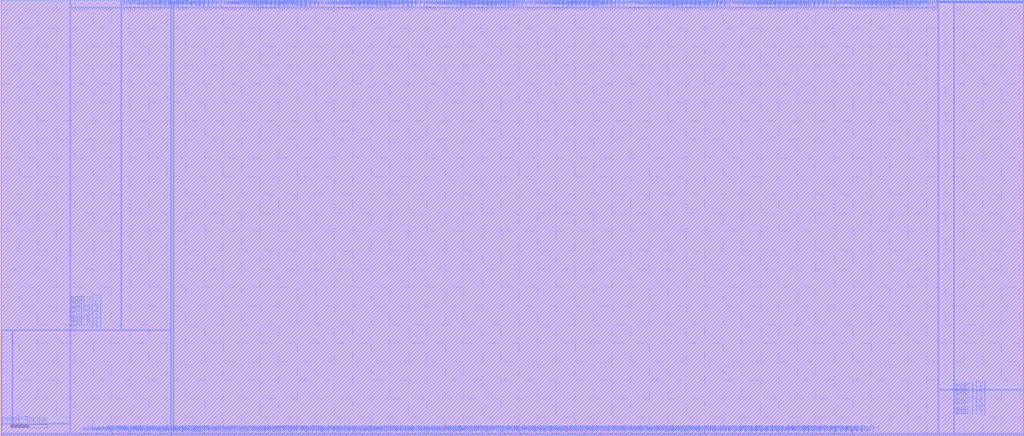
<source format=lef>
VERSION 5.4 ;
NAMESCASESENSITIVE ON ;
BUSBITCHARS "[]" ;
DIVIDERCHAR "/" ;
UNITS
  DATABASE MICRONS 2000 ;
END UNITS
MACRO sram_0rw1r1w_128_256_freepdk45
   CLASS BLOCK ;
   SIZE 552.205 BY 235.3625 ;
   SYMMETRY X Y R90 ;
   PIN din0[0]
      DIRECTION INPUT ;
      PORT
         LAYER metal3 ;
         RECT  91.835 1.0375 91.97 1.1725 ;
      END
   END din0[0]
   PIN din0[1]
      DIRECTION INPUT ;
      PORT
         LAYER metal3 ;
         RECT  94.695 1.0375 94.83 1.1725 ;
      END
   END din0[1]
   PIN din0[2]
      DIRECTION INPUT ;
      PORT
         LAYER metal3 ;
         RECT  97.555 1.0375 97.69 1.1725 ;
      END
   END din0[2]
   PIN din0[3]
      DIRECTION INPUT ;
      PORT
         LAYER metal3 ;
         RECT  100.415 1.0375 100.55 1.1725 ;
      END
   END din0[3]
   PIN din0[4]
      DIRECTION INPUT ;
      PORT
         LAYER metal3 ;
         RECT  103.275 1.0375 103.41 1.1725 ;
      END
   END din0[4]
   PIN din0[5]
      DIRECTION INPUT ;
      PORT
         LAYER metal3 ;
         RECT  106.135 1.0375 106.27 1.1725 ;
      END
   END din0[5]
   PIN din0[6]
      DIRECTION INPUT ;
      PORT
         LAYER metal3 ;
         RECT  108.995 1.0375 109.13 1.1725 ;
      END
   END din0[6]
   PIN din0[7]
      DIRECTION INPUT ;
      PORT
         LAYER metal3 ;
         RECT  111.855 1.0375 111.99 1.1725 ;
      END
   END din0[7]
   PIN din0[8]
      DIRECTION INPUT ;
      PORT
         LAYER metal3 ;
         RECT  114.715 1.0375 114.85 1.1725 ;
      END
   END din0[8]
   PIN din0[9]
      DIRECTION INPUT ;
      PORT
         LAYER metal3 ;
         RECT  117.575 1.0375 117.71 1.1725 ;
      END
   END din0[9]
   PIN din0[10]
      DIRECTION INPUT ;
      PORT
         LAYER metal3 ;
         RECT  120.435 1.0375 120.57 1.1725 ;
      END
   END din0[10]
   PIN din0[11]
      DIRECTION INPUT ;
      PORT
         LAYER metal3 ;
         RECT  123.295 1.0375 123.43 1.1725 ;
      END
   END din0[11]
   PIN din0[12]
      DIRECTION INPUT ;
      PORT
         LAYER metal3 ;
         RECT  126.155 1.0375 126.29 1.1725 ;
      END
   END din0[12]
   PIN din0[13]
      DIRECTION INPUT ;
      PORT
         LAYER metal3 ;
         RECT  129.015 1.0375 129.15 1.1725 ;
      END
   END din0[13]
   PIN din0[14]
      DIRECTION INPUT ;
      PORT
         LAYER metal3 ;
         RECT  131.875 1.0375 132.01 1.1725 ;
      END
   END din0[14]
   PIN din0[15]
      DIRECTION INPUT ;
      PORT
         LAYER metal3 ;
         RECT  134.735 1.0375 134.87 1.1725 ;
      END
   END din0[15]
   PIN din0[16]
      DIRECTION INPUT ;
      PORT
         LAYER metal3 ;
         RECT  137.595 1.0375 137.73 1.1725 ;
      END
   END din0[16]
   PIN din0[17]
      DIRECTION INPUT ;
      PORT
         LAYER metal3 ;
         RECT  140.455 1.0375 140.59 1.1725 ;
      END
   END din0[17]
   PIN din0[18]
      DIRECTION INPUT ;
      PORT
         LAYER metal3 ;
         RECT  143.315 1.0375 143.45 1.1725 ;
      END
   END din0[18]
   PIN din0[19]
      DIRECTION INPUT ;
      PORT
         LAYER metal3 ;
         RECT  146.175 1.0375 146.31 1.1725 ;
      END
   END din0[19]
   PIN din0[20]
      DIRECTION INPUT ;
      PORT
         LAYER metal3 ;
         RECT  149.035 1.0375 149.17 1.1725 ;
      END
   END din0[20]
   PIN din0[21]
      DIRECTION INPUT ;
      PORT
         LAYER metal3 ;
         RECT  151.895 1.0375 152.03 1.1725 ;
      END
   END din0[21]
   PIN din0[22]
      DIRECTION INPUT ;
      PORT
         LAYER metal3 ;
         RECT  154.755 1.0375 154.89 1.1725 ;
      END
   END din0[22]
   PIN din0[23]
      DIRECTION INPUT ;
      PORT
         LAYER metal3 ;
         RECT  157.615 1.0375 157.75 1.1725 ;
      END
   END din0[23]
   PIN din0[24]
      DIRECTION INPUT ;
      PORT
         LAYER metal3 ;
         RECT  160.475 1.0375 160.61 1.1725 ;
      END
   END din0[24]
   PIN din0[25]
      DIRECTION INPUT ;
      PORT
         LAYER metal3 ;
         RECT  163.335 1.0375 163.47 1.1725 ;
      END
   END din0[25]
   PIN din0[26]
      DIRECTION INPUT ;
      PORT
         LAYER metal3 ;
         RECT  166.195 1.0375 166.33 1.1725 ;
      END
   END din0[26]
   PIN din0[27]
      DIRECTION INPUT ;
      PORT
         LAYER metal3 ;
         RECT  169.055 1.0375 169.19 1.1725 ;
      END
   END din0[27]
   PIN din0[28]
      DIRECTION INPUT ;
      PORT
         LAYER metal3 ;
         RECT  171.915 1.0375 172.05 1.1725 ;
      END
   END din0[28]
   PIN din0[29]
      DIRECTION INPUT ;
      PORT
         LAYER metal3 ;
         RECT  174.775 1.0375 174.91 1.1725 ;
      END
   END din0[29]
   PIN din0[30]
      DIRECTION INPUT ;
      PORT
         LAYER metal3 ;
         RECT  177.635 1.0375 177.77 1.1725 ;
      END
   END din0[30]
   PIN din0[31]
      DIRECTION INPUT ;
      PORT
         LAYER metal3 ;
         RECT  180.495 1.0375 180.63 1.1725 ;
      END
   END din0[31]
   PIN din0[32]
      DIRECTION INPUT ;
      PORT
         LAYER metal3 ;
         RECT  183.355 1.0375 183.49 1.1725 ;
      END
   END din0[32]
   PIN din0[33]
      DIRECTION INPUT ;
      PORT
         LAYER metal3 ;
         RECT  186.215 1.0375 186.35 1.1725 ;
      END
   END din0[33]
   PIN din0[34]
      DIRECTION INPUT ;
      PORT
         LAYER metal3 ;
         RECT  189.075 1.0375 189.21 1.1725 ;
      END
   END din0[34]
   PIN din0[35]
      DIRECTION INPUT ;
      PORT
         LAYER metal3 ;
         RECT  191.935 1.0375 192.07 1.1725 ;
      END
   END din0[35]
   PIN din0[36]
      DIRECTION INPUT ;
      PORT
         LAYER metal3 ;
         RECT  194.795 1.0375 194.93 1.1725 ;
      END
   END din0[36]
   PIN din0[37]
      DIRECTION INPUT ;
      PORT
         LAYER metal3 ;
         RECT  197.655 1.0375 197.79 1.1725 ;
      END
   END din0[37]
   PIN din0[38]
      DIRECTION INPUT ;
      PORT
         LAYER metal3 ;
         RECT  200.515 1.0375 200.65 1.1725 ;
      END
   END din0[38]
   PIN din0[39]
      DIRECTION INPUT ;
      PORT
         LAYER metal3 ;
         RECT  203.375 1.0375 203.51 1.1725 ;
      END
   END din0[39]
   PIN din0[40]
      DIRECTION INPUT ;
      PORT
         LAYER metal3 ;
         RECT  206.235 1.0375 206.37 1.1725 ;
      END
   END din0[40]
   PIN din0[41]
      DIRECTION INPUT ;
      PORT
         LAYER metal3 ;
         RECT  209.095 1.0375 209.23 1.1725 ;
      END
   END din0[41]
   PIN din0[42]
      DIRECTION INPUT ;
      PORT
         LAYER metal3 ;
         RECT  211.955 1.0375 212.09 1.1725 ;
      END
   END din0[42]
   PIN din0[43]
      DIRECTION INPUT ;
      PORT
         LAYER metal3 ;
         RECT  214.815 1.0375 214.95 1.1725 ;
      END
   END din0[43]
   PIN din0[44]
      DIRECTION INPUT ;
      PORT
         LAYER metal3 ;
         RECT  217.675 1.0375 217.81 1.1725 ;
      END
   END din0[44]
   PIN din0[45]
      DIRECTION INPUT ;
      PORT
         LAYER metal3 ;
         RECT  220.535 1.0375 220.67 1.1725 ;
      END
   END din0[45]
   PIN din0[46]
      DIRECTION INPUT ;
      PORT
         LAYER metal3 ;
         RECT  223.395 1.0375 223.53 1.1725 ;
      END
   END din0[46]
   PIN din0[47]
      DIRECTION INPUT ;
      PORT
         LAYER metal3 ;
         RECT  226.255 1.0375 226.39 1.1725 ;
      END
   END din0[47]
   PIN din0[48]
      DIRECTION INPUT ;
      PORT
         LAYER metal3 ;
         RECT  229.115 1.0375 229.25 1.1725 ;
      END
   END din0[48]
   PIN din0[49]
      DIRECTION INPUT ;
      PORT
         LAYER metal3 ;
         RECT  231.975 1.0375 232.11 1.1725 ;
      END
   END din0[49]
   PIN din0[50]
      DIRECTION INPUT ;
      PORT
         LAYER metal3 ;
         RECT  234.835 1.0375 234.97 1.1725 ;
      END
   END din0[50]
   PIN din0[51]
      DIRECTION INPUT ;
      PORT
         LAYER metal3 ;
         RECT  237.695 1.0375 237.83 1.1725 ;
      END
   END din0[51]
   PIN din0[52]
      DIRECTION INPUT ;
      PORT
         LAYER metal3 ;
         RECT  240.555 1.0375 240.69 1.1725 ;
      END
   END din0[52]
   PIN din0[53]
      DIRECTION INPUT ;
      PORT
         LAYER metal3 ;
         RECT  243.415 1.0375 243.55 1.1725 ;
      END
   END din0[53]
   PIN din0[54]
      DIRECTION INPUT ;
      PORT
         LAYER metal3 ;
         RECT  246.275 1.0375 246.41 1.1725 ;
      END
   END din0[54]
   PIN din0[55]
      DIRECTION INPUT ;
      PORT
         LAYER metal3 ;
         RECT  249.135 1.0375 249.27 1.1725 ;
      END
   END din0[55]
   PIN din0[56]
      DIRECTION INPUT ;
      PORT
         LAYER metal3 ;
         RECT  251.995 1.0375 252.13 1.1725 ;
      END
   END din0[56]
   PIN din0[57]
      DIRECTION INPUT ;
      PORT
         LAYER metal3 ;
         RECT  254.855 1.0375 254.99 1.1725 ;
      END
   END din0[57]
   PIN din0[58]
      DIRECTION INPUT ;
      PORT
         LAYER metal3 ;
         RECT  257.715 1.0375 257.85 1.1725 ;
      END
   END din0[58]
   PIN din0[59]
      DIRECTION INPUT ;
      PORT
         LAYER metal3 ;
         RECT  260.575 1.0375 260.71 1.1725 ;
      END
   END din0[59]
   PIN din0[60]
      DIRECTION INPUT ;
      PORT
         LAYER metal3 ;
         RECT  263.435 1.0375 263.57 1.1725 ;
      END
   END din0[60]
   PIN din0[61]
      DIRECTION INPUT ;
      PORT
         LAYER metal3 ;
         RECT  266.295 1.0375 266.43 1.1725 ;
      END
   END din0[61]
   PIN din0[62]
      DIRECTION INPUT ;
      PORT
         LAYER metal3 ;
         RECT  269.155 1.0375 269.29 1.1725 ;
      END
   END din0[62]
   PIN din0[63]
      DIRECTION INPUT ;
      PORT
         LAYER metal3 ;
         RECT  272.015 1.0375 272.15 1.1725 ;
      END
   END din0[63]
   PIN din0[64]
      DIRECTION INPUT ;
      PORT
         LAYER metal3 ;
         RECT  274.875 1.0375 275.01 1.1725 ;
      END
   END din0[64]
   PIN din0[65]
      DIRECTION INPUT ;
      PORT
         LAYER metal3 ;
         RECT  277.735 1.0375 277.87 1.1725 ;
      END
   END din0[65]
   PIN din0[66]
      DIRECTION INPUT ;
      PORT
         LAYER metal3 ;
         RECT  280.595 1.0375 280.73 1.1725 ;
      END
   END din0[66]
   PIN din0[67]
      DIRECTION INPUT ;
      PORT
         LAYER metal3 ;
         RECT  283.455 1.0375 283.59 1.1725 ;
      END
   END din0[67]
   PIN din0[68]
      DIRECTION INPUT ;
      PORT
         LAYER metal3 ;
         RECT  286.315 1.0375 286.45 1.1725 ;
      END
   END din0[68]
   PIN din0[69]
      DIRECTION INPUT ;
      PORT
         LAYER metal3 ;
         RECT  289.175 1.0375 289.31 1.1725 ;
      END
   END din0[69]
   PIN din0[70]
      DIRECTION INPUT ;
      PORT
         LAYER metal3 ;
         RECT  292.035 1.0375 292.17 1.1725 ;
      END
   END din0[70]
   PIN din0[71]
      DIRECTION INPUT ;
      PORT
         LAYER metal3 ;
         RECT  294.895 1.0375 295.03 1.1725 ;
      END
   END din0[71]
   PIN din0[72]
      DIRECTION INPUT ;
      PORT
         LAYER metal3 ;
         RECT  297.755 1.0375 297.89 1.1725 ;
      END
   END din0[72]
   PIN din0[73]
      DIRECTION INPUT ;
      PORT
         LAYER metal3 ;
         RECT  300.615 1.0375 300.75 1.1725 ;
      END
   END din0[73]
   PIN din0[74]
      DIRECTION INPUT ;
      PORT
         LAYER metal3 ;
         RECT  303.475 1.0375 303.61 1.1725 ;
      END
   END din0[74]
   PIN din0[75]
      DIRECTION INPUT ;
      PORT
         LAYER metal3 ;
         RECT  306.335 1.0375 306.47 1.1725 ;
      END
   END din0[75]
   PIN din0[76]
      DIRECTION INPUT ;
      PORT
         LAYER metal3 ;
         RECT  309.195 1.0375 309.33 1.1725 ;
      END
   END din0[76]
   PIN din0[77]
      DIRECTION INPUT ;
      PORT
         LAYER metal3 ;
         RECT  312.055 1.0375 312.19 1.1725 ;
      END
   END din0[77]
   PIN din0[78]
      DIRECTION INPUT ;
      PORT
         LAYER metal3 ;
         RECT  314.915 1.0375 315.05 1.1725 ;
      END
   END din0[78]
   PIN din0[79]
      DIRECTION INPUT ;
      PORT
         LAYER metal3 ;
         RECT  317.775 1.0375 317.91 1.1725 ;
      END
   END din0[79]
   PIN din0[80]
      DIRECTION INPUT ;
      PORT
         LAYER metal3 ;
         RECT  320.635 1.0375 320.77 1.1725 ;
      END
   END din0[80]
   PIN din0[81]
      DIRECTION INPUT ;
      PORT
         LAYER metal3 ;
         RECT  323.495 1.0375 323.63 1.1725 ;
      END
   END din0[81]
   PIN din0[82]
      DIRECTION INPUT ;
      PORT
         LAYER metal3 ;
         RECT  326.355 1.0375 326.49 1.1725 ;
      END
   END din0[82]
   PIN din0[83]
      DIRECTION INPUT ;
      PORT
         LAYER metal3 ;
         RECT  329.215 1.0375 329.35 1.1725 ;
      END
   END din0[83]
   PIN din0[84]
      DIRECTION INPUT ;
      PORT
         LAYER metal3 ;
         RECT  332.075 1.0375 332.21 1.1725 ;
      END
   END din0[84]
   PIN din0[85]
      DIRECTION INPUT ;
      PORT
         LAYER metal3 ;
         RECT  334.935 1.0375 335.07 1.1725 ;
      END
   END din0[85]
   PIN din0[86]
      DIRECTION INPUT ;
      PORT
         LAYER metal3 ;
         RECT  337.795 1.0375 337.93 1.1725 ;
      END
   END din0[86]
   PIN din0[87]
      DIRECTION INPUT ;
      PORT
         LAYER metal3 ;
         RECT  340.655 1.0375 340.79 1.1725 ;
      END
   END din0[87]
   PIN din0[88]
      DIRECTION INPUT ;
      PORT
         LAYER metal3 ;
         RECT  343.515 1.0375 343.65 1.1725 ;
      END
   END din0[88]
   PIN din0[89]
      DIRECTION INPUT ;
      PORT
         LAYER metal3 ;
         RECT  346.375 1.0375 346.51 1.1725 ;
      END
   END din0[89]
   PIN din0[90]
      DIRECTION INPUT ;
      PORT
         LAYER metal3 ;
         RECT  349.235 1.0375 349.37 1.1725 ;
      END
   END din0[90]
   PIN din0[91]
      DIRECTION INPUT ;
      PORT
         LAYER metal3 ;
         RECT  352.095 1.0375 352.23 1.1725 ;
      END
   END din0[91]
   PIN din0[92]
      DIRECTION INPUT ;
      PORT
         LAYER metal3 ;
         RECT  354.955 1.0375 355.09 1.1725 ;
      END
   END din0[92]
   PIN din0[93]
      DIRECTION INPUT ;
      PORT
         LAYER metal3 ;
         RECT  357.815 1.0375 357.95 1.1725 ;
      END
   END din0[93]
   PIN din0[94]
      DIRECTION INPUT ;
      PORT
         LAYER metal3 ;
         RECT  360.675 1.0375 360.81 1.1725 ;
      END
   END din0[94]
   PIN din0[95]
      DIRECTION INPUT ;
      PORT
         LAYER metal3 ;
         RECT  363.535 1.0375 363.67 1.1725 ;
      END
   END din0[95]
   PIN din0[96]
      DIRECTION INPUT ;
      PORT
         LAYER metal3 ;
         RECT  366.395 1.0375 366.53 1.1725 ;
      END
   END din0[96]
   PIN din0[97]
      DIRECTION INPUT ;
      PORT
         LAYER metal3 ;
         RECT  369.255 1.0375 369.39 1.1725 ;
      END
   END din0[97]
   PIN din0[98]
      DIRECTION INPUT ;
      PORT
         LAYER metal3 ;
         RECT  372.115 1.0375 372.25 1.1725 ;
      END
   END din0[98]
   PIN din0[99]
      DIRECTION INPUT ;
      PORT
         LAYER metal3 ;
         RECT  374.975 1.0375 375.11 1.1725 ;
      END
   END din0[99]
   PIN din0[100]
      DIRECTION INPUT ;
      PORT
         LAYER metal3 ;
         RECT  377.835 1.0375 377.97 1.1725 ;
      END
   END din0[100]
   PIN din0[101]
      DIRECTION INPUT ;
      PORT
         LAYER metal3 ;
         RECT  380.695 1.0375 380.83 1.1725 ;
      END
   END din0[101]
   PIN din0[102]
      DIRECTION INPUT ;
      PORT
         LAYER metal3 ;
         RECT  383.555 1.0375 383.69 1.1725 ;
      END
   END din0[102]
   PIN din0[103]
      DIRECTION INPUT ;
      PORT
         LAYER metal3 ;
         RECT  386.415 1.0375 386.55 1.1725 ;
      END
   END din0[103]
   PIN din0[104]
      DIRECTION INPUT ;
      PORT
         LAYER metal3 ;
         RECT  389.275 1.0375 389.41 1.1725 ;
      END
   END din0[104]
   PIN din0[105]
      DIRECTION INPUT ;
      PORT
         LAYER metal3 ;
         RECT  392.135 1.0375 392.27 1.1725 ;
      END
   END din0[105]
   PIN din0[106]
      DIRECTION INPUT ;
      PORT
         LAYER metal3 ;
         RECT  394.995 1.0375 395.13 1.1725 ;
      END
   END din0[106]
   PIN din0[107]
      DIRECTION INPUT ;
      PORT
         LAYER metal3 ;
         RECT  397.855 1.0375 397.99 1.1725 ;
      END
   END din0[107]
   PIN din0[108]
      DIRECTION INPUT ;
      PORT
         LAYER metal3 ;
         RECT  400.715 1.0375 400.85 1.1725 ;
      END
   END din0[108]
   PIN din0[109]
      DIRECTION INPUT ;
      PORT
         LAYER metal3 ;
         RECT  403.575 1.0375 403.71 1.1725 ;
      END
   END din0[109]
   PIN din0[110]
      DIRECTION INPUT ;
      PORT
         LAYER metal3 ;
         RECT  406.435 1.0375 406.57 1.1725 ;
      END
   END din0[110]
   PIN din0[111]
      DIRECTION INPUT ;
      PORT
         LAYER metal3 ;
         RECT  409.295 1.0375 409.43 1.1725 ;
      END
   END din0[111]
   PIN din0[112]
      DIRECTION INPUT ;
      PORT
         LAYER metal3 ;
         RECT  412.155 1.0375 412.29 1.1725 ;
      END
   END din0[112]
   PIN din0[113]
      DIRECTION INPUT ;
      PORT
         LAYER metal3 ;
         RECT  415.015 1.0375 415.15 1.1725 ;
      END
   END din0[113]
   PIN din0[114]
      DIRECTION INPUT ;
      PORT
         LAYER metal3 ;
         RECT  417.875 1.0375 418.01 1.1725 ;
      END
   END din0[114]
   PIN din0[115]
      DIRECTION INPUT ;
      PORT
         LAYER metal3 ;
         RECT  420.735 1.0375 420.87 1.1725 ;
      END
   END din0[115]
   PIN din0[116]
      DIRECTION INPUT ;
      PORT
         LAYER metal3 ;
         RECT  423.595 1.0375 423.73 1.1725 ;
      END
   END din0[116]
   PIN din0[117]
      DIRECTION INPUT ;
      PORT
         LAYER metal3 ;
         RECT  426.455 1.0375 426.59 1.1725 ;
      END
   END din0[117]
   PIN din0[118]
      DIRECTION INPUT ;
      PORT
         LAYER metal3 ;
         RECT  429.315 1.0375 429.45 1.1725 ;
      END
   END din0[118]
   PIN din0[119]
      DIRECTION INPUT ;
      PORT
         LAYER metal3 ;
         RECT  432.175 1.0375 432.31 1.1725 ;
      END
   END din0[119]
   PIN din0[120]
      DIRECTION INPUT ;
      PORT
         LAYER metal3 ;
         RECT  435.035 1.0375 435.17 1.1725 ;
      END
   END din0[120]
   PIN din0[121]
      DIRECTION INPUT ;
      PORT
         LAYER metal3 ;
         RECT  437.895 1.0375 438.03 1.1725 ;
      END
   END din0[121]
   PIN din0[122]
      DIRECTION INPUT ;
      PORT
         LAYER metal3 ;
         RECT  440.755 1.0375 440.89 1.1725 ;
      END
   END din0[122]
   PIN din0[123]
      DIRECTION INPUT ;
      PORT
         LAYER metal3 ;
         RECT  443.615 1.0375 443.75 1.1725 ;
      END
   END din0[123]
   PIN din0[124]
      DIRECTION INPUT ;
      PORT
         LAYER metal3 ;
         RECT  446.475 1.0375 446.61 1.1725 ;
      END
   END din0[124]
   PIN din0[125]
      DIRECTION INPUT ;
      PORT
         LAYER metal3 ;
         RECT  449.335 1.0375 449.47 1.1725 ;
      END
   END din0[125]
   PIN din0[126]
      DIRECTION INPUT ;
      PORT
         LAYER metal3 ;
         RECT  452.195 1.0375 452.33 1.1725 ;
      END
   END din0[126]
   PIN din0[127]
      DIRECTION INPUT ;
      PORT
         LAYER metal3 ;
         RECT  455.055 1.0375 455.19 1.1725 ;
      END
   END din0[127]
   PIN addr0[0]
      DIRECTION INPUT ;
      PORT
         LAYER metal3 ;
         RECT  43.215 1.0375 43.35 1.1725 ;
      END
   END addr0[0]
   PIN addr0[1]
      DIRECTION INPUT ;
      PORT
         LAYER metal3 ;
         RECT  37.495 56.92 37.63 57.055 ;
      END
   END addr0[1]
   PIN addr0[2]
      DIRECTION INPUT ;
      PORT
         LAYER metal3 ;
         RECT  37.495 59.65 37.63 59.785 ;
      END
   END addr0[2]
   PIN addr0[3]
      DIRECTION INPUT ;
      PORT
         LAYER metal3 ;
         RECT  37.495 61.86 37.63 61.995 ;
      END
   END addr0[3]
   PIN addr0[4]
      DIRECTION INPUT ;
      PORT
         LAYER metal3 ;
         RECT  37.495 64.59 37.63 64.725 ;
      END
   END addr0[4]
   PIN addr0[5]
      DIRECTION INPUT ;
      PORT
         LAYER metal3 ;
         RECT  37.495 66.8 37.63 66.935 ;
      END
   END addr0[5]
   PIN addr0[6]
      DIRECTION INPUT ;
      PORT
         LAYER metal3 ;
         RECT  37.495 69.53 37.63 69.665 ;
      END
   END addr0[6]
   PIN addr0[7]
      DIRECTION INPUT ;
      PORT
         LAYER metal3 ;
         RECT  37.495 71.74 37.63 71.875 ;
      END
   END addr0[7]
   PIN addr1[0]
      DIRECTION INPUT ;
      PORT
         LAYER metal3 ;
         RECT  505.995 233.9825 506.13 234.1175 ;
      END
   END addr1[0]
   PIN addr1[1]
      DIRECTION INPUT ;
      PORT
         LAYER metal3 ;
         RECT  514.575 24.81 514.71 24.945 ;
      END
   END addr1[1]
   PIN addr1[2]
      DIRECTION INPUT ;
      PORT
         LAYER metal3 ;
         RECT  514.575 22.08 514.71 22.215 ;
      END
   END addr1[2]
   PIN addr1[3]
      DIRECTION INPUT ;
      PORT
         LAYER metal3 ;
         RECT  514.575 19.87 514.71 20.005 ;
      END
   END addr1[3]
   PIN addr1[4]
      DIRECTION INPUT ;
      PORT
         LAYER metal3 ;
         RECT  514.575 17.14 514.71 17.275 ;
      END
   END addr1[4]
   PIN addr1[5]
      DIRECTION INPUT ;
      PORT
         LAYER metal3 ;
         RECT  514.575 14.93 514.71 15.065 ;
      END
   END addr1[5]
   PIN addr1[6]
      DIRECTION INPUT ;
      PORT
         LAYER metal3 ;
         RECT  514.575 12.2 514.71 12.335 ;
      END
   END addr1[6]
   PIN addr1[7]
      DIRECTION INPUT ;
      PORT
         LAYER metal3 ;
         RECT  514.575 9.99 514.71 10.125 ;
      END
   END addr1[7]
   PIN csb0
      DIRECTION INPUT ;
      PORT
         LAYER metal3 ;
         RECT  0.285 6.35 0.42 6.485 ;
      END
   END csb0
   PIN csb1
      DIRECTION INPUT ;
      PORT
         LAYER metal3 ;
         RECT  551.785 234.19 551.92 234.325 ;
      END
   END csb1
   PIN clk0
      DIRECTION INPUT ;
      PORT
         LAYER metal3 ;
         RECT  6.2475 6.435 6.3825 6.57 ;
      END
   END clk0
   PIN clk1
      DIRECTION INPUT ;
      PORT
         LAYER metal3 ;
         RECT  545.8225 234.105 545.9575 234.24 ;
      END
   END clk1
   PIN wmask0[0]
      DIRECTION INPUT ;
      PORT
         LAYER metal3 ;
         RECT  46.075 1.0375 46.21 1.1725 ;
      END
   END wmask0[0]
   PIN wmask0[1]
      DIRECTION INPUT ;
      PORT
         LAYER metal3 ;
         RECT  48.935 1.0375 49.07 1.1725 ;
      END
   END wmask0[1]
   PIN wmask0[2]
      DIRECTION INPUT ;
      PORT
         LAYER metal3 ;
         RECT  51.795 1.0375 51.93 1.1725 ;
      END
   END wmask0[2]
   PIN wmask0[3]
      DIRECTION INPUT ;
      PORT
         LAYER metal3 ;
         RECT  54.655 1.0375 54.79 1.1725 ;
      END
   END wmask0[3]
   PIN wmask0[4]
      DIRECTION INPUT ;
      PORT
         LAYER metal3 ;
         RECT  57.515 1.0375 57.65 1.1725 ;
      END
   END wmask0[4]
   PIN wmask0[5]
      DIRECTION INPUT ;
      PORT
         LAYER metal3 ;
         RECT  60.375 1.0375 60.51 1.1725 ;
      END
   END wmask0[5]
   PIN wmask0[6]
      DIRECTION INPUT ;
      PORT
         LAYER metal3 ;
         RECT  63.235 1.0375 63.37 1.1725 ;
      END
   END wmask0[6]
   PIN wmask0[7]
      DIRECTION INPUT ;
      PORT
         LAYER metal3 ;
         RECT  66.095 1.0375 66.23 1.1725 ;
      END
   END wmask0[7]
   PIN wmask0[8]
      DIRECTION INPUT ;
      PORT
         LAYER metal3 ;
         RECT  68.955 1.0375 69.09 1.1725 ;
      END
   END wmask0[8]
   PIN wmask0[9]
      DIRECTION INPUT ;
      PORT
         LAYER metal3 ;
         RECT  71.815 1.0375 71.95 1.1725 ;
      END
   END wmask0[9]
   PIN wmask0[10]
      DIRECTION INPUT ;
      PORT
         LAYER metal3 ;
         RECT  74.675 1.0375 74.81 1.1725 ;
      END
   END wmask0[10]
   PIN wmask0[11]
      DIRECTION INPUT ;
      PORT
         LAYER metal3 ;
         RECT  77.535 1.0375 77.67 1.1725 ;
      END
   END wmask0[11]
   PIN wmask0[12]
      DIRECTION INPUT ;
      PORT
         LAYER metal3 ;
         RECT  80.395 1.0375 80.53 1.1725 ;
      END
   END wmask0[12]
   PIN wmask0[13]
      DIRECTION INPUT ;
      PORT
         LAYER metal3 ;
         RECT  83.255 1.0375 83.39 1.1725 ;
      END
   END wmask0[13]
   PIN wmask0[14]
      DIRECTION INPUT ;
      PORT
         LAYER metal3 ;
         RECT  86.115 1.0375 86.25 1.1725 ;
      END
   END wmask0[14]
   PIN wmask0[15]
      DIRECTION INPUT ;
      PORT
         LAYER metal3 ;
         RECT  88.975 1.0375 89.11 1.1725 ;
      END
   END wmask0[15]
   PIN dout1[0]
      DIRECTION OUTPUT ;
      PORT
         LAYER metal3 ;
         RECT  65.0 230.9425 65.135 231.0775 ;
      END
   END dout1[0]
   PIN dout1[1]
      DIRECTION OUTPUT ;
      PORT
         LAYER metal3 ;
         RECT  67.35 230.9425 67.485 231.0775 ;
      END
   END dout1[1]
   PIN dout1[2]
      DIRECTION OUTPUT ;
      PORT
         LAYER metal3 ;
         RECT  69.7 230.9425 69.835 231.0775 ;
      END
   END dout1[2]
   PIN dout1[3]
      DIRECTION OUTPUT ;
      PORT
         LAYER metal3 ;
         RECT  72.05 230.9425 72.185 231.0775 ;
      END
   END dout1[3]
   PIN dout1[4]
      DIRECTION OUTPUT ;
      PORT
         LAYER metal3 ;
         RECT  74.4 230.9425 74.535 231.0775 ;
      END
   END dout1[4]
   PIN dout1[5]
      DIRECTION OUTPUT ;
      PORT
         LAYER metal3 ;
         RECT  76.75 230.9425 76.885 231.0775 ;
      END
   END dout1[5]
   PIN dout1[6]
      DIRECTION OUTPUT ;
      PORT
         LAYER metal3 ;
         RECT  79.1 230.9425 79.235 231.0775 ;
      END
   END dout1[6]
   PIN dout1[7]
      DIRECTION OUTPUT ;
      PORT
         LAYER metal3 ;
         RECT  81.45 230.9425 81.585 231.0775 ;
      END
   END dout1[7]
   PIN dout1[8]
      DIRECTION OUTPUT ;
      PORT
         LAYER metal3 ;
         RECT  83.8 230.9425 83.935 231.0775 ;
      END
   END dout1[8]
   PIN dout1[9]
      DIRECTION OUTPUT ;
      PORT
         LAYER metal3 ;
         RECT  86.15 230.9425 86.285 231.0775 ;
      END
   END dout1[9]
   PIN dout1[10]
      DIRECTION OUTPUT ;
      PORT
         LAYER metal3 ;
         RECT  88.5 230.9425 88.635 231.0775 ;
      END
   END dout1[10]
   PIN dout1[11]
      DIRECTION OUTPUT ;
      PORT
         LAYER metal3 ;
         RECT  90.85 230.9425 90.985 231.0775 ;
      END
   END dout1[11]
   PIN dout1[12]
      DIRECTION OUTPUT ;
      PORT
         LAYER metal3 ;
         RECT  93.2 230.9425 93.335 231.0775 ;
      END
   END dout1[12]
   PIN dout1[13]
      DIRECTION OUTPUT ;
      PORT
         LAYER metal3 ;
         RECT  95.55 230.9425 95.685 231.0775 ;
      END
   END dout1[13]
   PIN dout1[14]
      DIRECTION OUTPUT ;
      PORT
         LAYER metal3 ;
         RECT  97.9 230.9425 98.035 231.0775 ;
      END
   END dout1[14]
   PIN dout1[15]
      DIRECTION OUTPUT ;
      PORT
         LAYER metal3 ;
         RECT  100.25 230.9425 100.385 231.0775 ;
      END
   END dout1[15]
   PIN dout1[16]
      DIRECTION OUTPUT ;
      PORT
         LAYER metal3 ;
         RECT  119.905 230.9425 120.04 231.0775 ;
      END
   END dout1[16]
   PIN dout1[17]
      DIRECTION OUTPUT ;
      PORT
         LAYER metal3 ;
         RECT  122.255 230.9425 122.39 231.0775 ;
      END
   END dout1[17]
   PIN dout1[18]
      DIRECTION OUTPUT ;
      PORT
         LAYER metal3 ;
         RECT  124.605 230.9425 124.74 231.0775 ;
      END
   END dout1[18]
   PIN dout1[19]
      DIRECTION OUTPUT ;
      PORT
         LAYER metal3 ;
         RECT  126.955 230.9425 127.09 231.0775 ;
      END
   END dout1[19]
   PIN dout1[20]
      DIRECTION OUTPUT ;
      PORT
         LAYER metal3 ;
         RECT  129.305 230.9425 129.44 231.0775 ;
      END
   END dout1[20]
   PIN dout1[21]
      DIRECTION OUTPUT ;
      PORT
         LAYER metal3 ;
         RECT  131.655 230.9425 131.79 231.0775 ;
      END
   END dout1[21]
   PIN dout1[22]
      DIRECTION OUTPUT ;
      PORT
         LAYER metal3 ;
         RECT  134.005 230.9425 134.14 231.0775 ;
      END
   END dout1[22]
   PIN dout1[23]
      DIRECTION OUTPUT ;
      PORT
         LAYER metal3 ;
         RECT  136.355 230.9425 136.49 231.0775 ;
      END
   END dout1[23]
   PIN dout1[24]
      DIRECTION OUTPUT ;
      PORT
         LAYER metal3 ;
         RECT  138.705 230.9425 138.84 231.0775 ;
      END
   END dout1[24]
   PIN dout1[25]
      DIRECTION OUTPUT ;
      PORT
         LAYER metal3 ;
         RECT  141.055 230.9425 141.19 231.0775 ;
      END
   END dout1[25]
   PIN dout1[26]
      DIRECTION OUTPUT ;
      PORT
         LAYER metal3 ;
         RECT  143.405 230.9425 143.54 231.0775 ;
      END
   END dout1[26]
   PIN dout1[27]
      DIRECTION OUTPUT ;
      PORT
         LAYER metal3 ;
         RECT  145.755 230.9425 145.89 231.0775 ;
      END
   END dout1[27]
   PIN dout1[28]
      DIRECTION OUTPUT ;
      PORT
         LAYER metal3 ;
         RECT  148.105 230.9425 148.24 231.0775 ;
      END
   END dout1[28]
   PIN dout1[29]
      DIRECTION OUTPUT ;
      PORT
         LAYER metal3 ;
         RECT  150.455 230.9425 150.59 231.0775 ;
      END
   END dout1[29]
   PIN dout1[30]
      DIRECTION OUTPUT ;
      PORT
         LAYER metal3 ;
         RECT  152.805 230.9425 152.94 231.0775 ;
      END
   END dout1[30]
   PIN dout1[31]
      DIRECTION OUTPUT ;
      PORT
         LAYER metal3 ;
         RECT  155.155 230.9425 155.29 231.0775 ;
      END
   END dout1[31]
   PIN dout1[32]
      DIRECTION OUTPUT ;
      PORT
         LAYER metal3 ;
         RECT  174.81 230.9425 174.945 231.0775 ;
      END
   END dout1[32]
   PIN dout1[33]
      DIRECTION OUTPUT ;
      PORT
         LAYER metal3 ;
         RECT  177.16 230.9425 177.295 231.0775 ;
      END
   END dout1[33]
   PIN dout1[34]
      DIRECTION OUTPUT ;
      PORT
         LAYER metal3 ;
         RECT  179.51 230.9425 179.645 231.0775 ;
      END
   END dout1[34]
   PIN dout1[35]
      DIRECTION OUTPUT ;
      PORT
         LAYER metal3 ;
         RECT  181.86 230.9425 181.995 231.0775 ;
      END
   END dout1[35]
   PIN dout1[36]
      DIRECTION OUTPUT ;
      PORT
         LAYER metal3 ;
         RECT  184.21 230.9425 184.345 231.0775 ;
      END
   END dout1[36]
   PIN dout1[37]
      DIRECTION OUTPUT ;
      PORT
         LAYER metal3 ;
         RECT  186.56 230.9425 186.695 231.0775 ;
      END
   END dout1[37]
   PIN dout1[38]
      DIRECTION OUTPUT ;
      PORT
         LAYER metal3 ;
         RECT  188.91 230.9425 189.045 231.0775 ;
      END
   END dout1[38]
   PIN dout1[39]
      DIRECTION OUTPUT ;
      PORT
         LAYER metal3 ;
         RECT  191.26 230.9425 191.395 231.0775 ;
      END
   END dout1[39]
   PIN dout1[40]
      DIRECTION OUTPUT ;
      PORT
         LAYER metal3 ;
         RECT  193.61 230.9425 193.745 231.0775 ;
      END
   END dout1[40]
   PIN dout1[41]
      DIRECTION OUTPUT ;
      PORT
         LAYER metal3 ;
         RECT  195.96 230.9425 196.095 231.0775 ;
      END
   END dout1[41]
   PIN dout1[42]
      DIRECTION OUTPUT ;
      PORT
         LAYER metal3 ;
         RECT  198.31 230.9425 198.445 231.0775 ;
      END
   END dout1[42]
   PIN dout1[43]
      DIRECTION OUTPUT ;
      PORT
         LAYER metal3 ;
         RECT  200.66 230.9425 200.795 231.0775 ;
      END
   END dout1[43]
   PIN dout1[44]
      DIRECTION OUTPUT ;
      PORT
         LAYER metal3 ;
         RECT  203.01 230.9425 203.145 231.0775 ;
      END
   END dout1[44]
   PIN dout1[45]
      DIRECTION OUTPUT ;
      PORT
         LAYER metal3 ;
         RECT  205.36 230.9425 205.495 231.0775 ;
      END
   END dout1[45]
   PIN dout1[46]
      DIRECTION OUTPUT ;
      PORT
         LAYER metal3 ;
         RECT  207.71 230.9425 207.845 231.0775 ;
      END
   END dout1[46]
   PIN dout1[47]
      DIRECTION OUTPUT ;
      PORT
         LAYER metal3 ;
         RECT  210.06 230.9425 210.195 231.0775 ;
      END
   END dout1[47]
   PIN dout1[48]
      DIRECTION OUTPUT ;
      PORT
         LAYER metal3 ;
         RECT  229.715 230.9425 229.85 231.0775 ;
      END
   END dout1[48]
   PIN dout1[49]
      DIRECTION OUTPUT ;
      PORT
         LAYER metal3 ;
         RECT  232.065 230.9425 232.2 231.0775 ;
      END
   END dout1[49]
   PIN dout1[50]
      DIRECTION OUTPUT ;
      PORT
         LAYER metal3 ;
         RECT  234.415 230.9425 234.55 231.0775 ;
      END
   END dout1[50]
   PIN dout1[51]
      DIRECTION OUTPUT ;
      PORT
         LAYER metal3 ;
         RECT  236.765 230.9425 236.9 231.0775 ;
      END
   END dout1[51]
   PIN dout1[52]
      DIRECTION OUTPUT ;
      PORT
         LAYER metal3 ;
         RECT  239.115 230.9425 239.25 231.0775 ;
      END
   END dout1[52]
   PIN dout1[53]
      DIRECTION OUTPUT ;
      PORT
         LAYER metal3 ;
         RECT  241.465 230.9425 241.6 231.0775 ;
      END
   END dout1[53]
   PIN dout1[54]
      DIRECTION OUTPUT ;
      PORT
         LAYER metal3 ;
         RECT  243.815 230.9425 243.95 231.0775 ;
      END
   END dout1[54]
   PIN dout1[55]
      DIRECTION OUTPUT ;
      PORT
         LAYER metal3 ;
         RECT  246.165 230.9425 246.3 231.0775 ;
      END
   END dout1[55]
   PIN dout1[56]
      DIRECTION OUTPUT ;
      PORT
         LAYER metal3 ;
         RECT  248.515 230.9425 248.65 231.0775 ;
      END
   END dout1[56]
   PIN dout1[57]
      DIRECTION OUTPUT ;
      PORT
         LAYER metal3 ;
         RECT  250.865 230.9425 251.0 231.0775 ;
      END
   END dout1[57]
   PIN dout1[58]
      DIRECTION OUTPUT ;
      PORT
         LAYER metal3 ;
         RECT  253.215 230.9425 253.35 231.0775 ;
      END
   END dout1[58]
   PIN dout1[59]
      DIRECTION OUTPUT ;
      PORT
         LAYER metal3 ;
         RECT  255.565 230.9425 255.7 231.0775 ;
      END
   END dout1[59]
   PIN dout1[60]
      DIRECTION OUTPUT ;
      PORT
         LAYER metal3 ;
         RECT  257.915 230.9425 258.05 231.0775 ;
      END
   END dout1[60]
   PIN dout1[61]
      DIRECTION OUTPUT ;
      PORT
         LAYER metal3 ;
         RECT  260.265 230.9425 260.4 231.0775 ;
      END
   END dout1[61]
   PIN dout1[62]
      DIRECTION OUTPUT ;
      PORT
         LAYER metal3 ;
         RECT  262.615 230.9425 262.75 231.0775 ;
      END
   END dout1[62]
   PIN dout1[63]
      DIRECTION OUTPUT ;
      PORT
         LAYER metal3 ;
         RECT  264.965 230.9425 265.1 231.0775 ;
      END
   END dout1[63]
   PIN dout1[64]
      DIRECTION OUTPUT ;
      PORT
         LAYER metal3 ;
         RECT  284.62 230.9425 284.755 231.0775 ;
      END
   END dout1[64]
   PIN dout1[65]
      DIRECTION OUTPUT ;
      PORT
         LAYER metal3 ;
         RECT  286.97 230.9425 287.105 231.0775 ;
      END
   END dout1[65]
   PIN dout1[66]
      DIRECTION OUTPUT ;
      PORT
         LAYER metal3 ;
         RECT  289.32 230.9425 289.455 231.0775 ;
      END
   END dout1[66]
   PIN dout1[67]
      DIRECTION OUTPUT ;
      PORT
         LAYER metal3 ;
         RECT  291.67 230.9425 291.805 231.0775 ;
      END
   END dout1[67]
   PIN dout1[68]
      DIRECTION OUTPUT ;
      PORT
         LAYER metal3 ;
         RECT  294.02 230.9425 294.155 231.0775 ;
      END
   END dout1[68]
   PIN dout1[69]
      DIRECTION OUTPUT ;
      PORT
         LAYER metal3 ;
         RECT  296.37 230.9425 296.505 231.0775 ;
      END
   END dout1[69]
   PIN dout1[70]
      DIRECTION OUTPUT ;
      PORT
         LAYER metal3 ;
         RECT  298.72 230.9425 298.855 231.0775 ;
      END
   END dout1[70]
   PIN dout1[71]
      DIRECTION OUTPUT ;
      PORT
         LAYER metal3 ;
         RECT  301.07 230.9425 301.205 231.0775 ;
      END
   END dout1[71]
   PIN dout1[72]
      DIRECTION OUTPUT ;
      PORT
         LAYER metal3 ;
         RECT  303.42 230.9425 303.555 231.0775 ;
      END
   END dout1[72]
   PIN dout1[73]
      DIRECTION OUTPUT ;
      PORT
         LAYER metal3 ;
         RECT  305.77 230.9425 305.905 231.0775 ;
      END
   END dout1[73]
   PIN dout1[74]
      DIRECTION OUTPUT ;
      PORT
         LAYER metal3 ;
         RECT  308.12 230.9425 308.255 231.0775 ;
      END
   END dout1[74]
   PIN dout1[75]
      DIRECTION OUTPUT ;
      PORT
         LAYER metal3 ;
         RECT  310.47 230.9425 310.605 231.0775 ;
      END
   END dout1[75]
   PIN dout1[76]
      DIRECTION OUTPUT ;
      PORT
         LAYER metal3 ;
         RECT  312.82 230.9425 312.955 231.0775 ;
      END
   END dout1[76]
   PIN dout1[77]
      DIRECTION OUTPUT ;
      PORT
         LAYER metal3 ;
         RECT  315.17 230.9425 315.305 231.0775 ;
      END
   END dout1[77]
   PIN dout1[78]
      DIRECTION OUTPUT ;
      PORT
         LAYER metal3 ;
         RECT  317.52 230.9425 317.655 231.0775 ;
      END
   END dout1[78]
   PIN dout1[79]
      DIRECTION OUTPUT ;
      PORT
         LAYER metal3 ;
         RECT  319.87 230.9425 320.005 231.0775 ;
      END
   END dout1[79]
   PIN dout1[80]
      DIRECTION OUTPUT ;
      PORT
         LAYER metal3 ;
         RECT  339.525 230.9425 339.66 231.0775 ;
      END
   END dout1[80]
   PIN dout1[81]
      DIRECTION OUTPUT ;
      PORT
         LAYER metal3 ;
         RECT  341.875 230.9425 342.01 231.0775 ;
      END
   END dout1[81]
   PIN dout1[82]
      DIRECTION OUTPUT ;
      PORT
         LAYER metal3 ;
         RECT  344.225 230.9425 344.36 231.0775 ;
      END
   END dout1[82]
   PIN dout1[83]
      DIRECTION OUTPUT ;
      PORT
         LAYER metal3 ;
         RECT  346.575 230.9425 346.71 231.0775 ;
      END
   END dout1[83]
   PIN dout1[84]
      DIRECTION OUTPUT ;
      PORT
         LAYER metal3 ;
         RECT  348.925 230.9425 349.06 231.0775 ;
      END
   END dout1[84]
   PIN dout1[85]
      DIRECTION OUTPUT ;
      PORT
         LAYER metal3 ;
         RECT  351.275 230.9425 351.41 231.0775 ;
      END
   END dout1[85]
   PIN dout1[86]
      DIRECTION OUTPUT ;
      PORT
         LAYER metal3 ;
         RECT  353.625 230.9425 353.76 231.0775 ;
      END
   END dout1[86]
   PIN dout1[87]
      DIRECTION OUTPUT ;
      PORT
         LAYER metal3 ;
         RECT  355.975 230.9425 356.11 231.0775 ;
      END
   END dout1[87]
   PIN dout1[88]
      DIRECTION OUTPUT ;
      PORT
         LAYER metal3 ;
         RECT  358.325 230.9425 358.46 231.0775 ;
      END
   END dout1[88]
   PIN dout1[89]
      DIRECTION OUTPUT ;
      PORT
         LAYER metal3 ;
         RECT  360.675 230.9425 360.81 231.0775 ;
      END
   END dout1[89]
   PIN dout1[90]
      DIRECTION OUTPUT ;
      PORT
         LAYER metal3 ;
         RECT  363.025 230.9425 363.16 231.0775 ;
      END
   END dout1[90]
   PIN dout1[91]
      DIRECTION OUTPUT ;
      PORT
         LAYER metal3 ;
         RECT  365.375 230.9425 365.51 231.0775 ;
      END
   END dout1[91]
   PIN dout1[92]
      DIRECTION OUTPUT ;
      PORT
         LAYER metal3 ;
         RECT  367.725 230.9425 367.86 231.0775 ;
      END
   END dout1[92]
   PIN dout1[93]
      DIRECTION OUTPUT ;
      PORT
         LAYER metal3 ;
         RECT  370.075 230.9425 370.21 231.0775 ;
      END
   END dout1[93]
   PIN dout1[94]
      DIRECTION OUTPUT ;
      PORT
         LAYER metal3 ;
         RECT  372.425 230.9425 372.56 231.0775 ;
      END
   END dout1[94]
   PIN dout1[95]
      DIRECTION OUTPUT ;
      PORT
         LAYER metal3 ;
         RECT  374.775 230.9425 374.91 231.0775 ;
      END
   END dout1[95]
   PIN dout1[96]
      DIRECTION OUTPUT ;
      PORT
         LAYER metal3 ;
         RECT  394.43 230.9425 394.565 231.0775 ;
      END
   END dout1[96]
   PIN dout1[97]
      DIRECTION OUTPUT ;
      PORT
         LAYER metal3 ;
         RECT  396.78 230.9425 396.915 231.0775 ;
      END
   END dout1[97]
   PIN dout1[98]
      DIRECTION OUTPUT ;
      PORT
         LAYER metal3 ;
         RECT  399.13 230.9425 399.265 231.0775 ;
      END
   END dout1[98]
   PIN dout1[99]
      DIRECTION OUTPUT ;
      PORT
         LAYER metal3 ;
         RECT  401.48 230.9425 401.615 231.0775 ;
      END
   END dout1[99]
   PIN dout1[100]
      DIRECTION OUTPUT ;
      PORT
         LAYER metal3 ;
         RECT  403.83 230.9425 403.965 231.0775 ;
      END
   END dout1[100]
   PIN dout1[101]
      DIRECTION OUTPUT ;
      PORT
         LAYER metal3 ;
         RECT  406.18 230.9425 406.315 231.0775 ;
      END
   END dout1[101]
   PIN dout1[102]
      DIRECTION OUTPUT ;
      PORT
         LAYER metal3 ;
         RECT  408.53 230.9425 408.665 231.0775 ;
      END
   END dout1[102]
   PIN dout1[103]
      DIRECTION OUTPUT ;
      PORT
         LAYER metal3 ;
         RECT  410.88 230.9425 411.015 231.0775 ;
      END
   END dout1[103]
   PIN dout1[104]
      DIRECTION OUTPUT ;
      PORT
         LAYER metal3 ;
         RECT  413.23 230.9425 413.365 231.0775 ;
      END
   END dout1[104]
   PIN dout1[105]
      DIRECTION OUTPUT ;
      PORT
         LAYER metal3 ;
         RECT  415.58 230.9425 415.715 231.0775 ;
      END
   END dout1[105]
   PIN dout1[106]
      DIRECTION OUTPUT ;
      PORT
         LAYER metal3 ;
         RECT  417.93 230.9425 418.065 231.0775 ;
      END
   END dout1[106]
   PIN dout1[107]
      DIRECTION OUTPUT ;
      PORT
         LAYER metal3 ;
         RECT  420.28 230.9425 420.415 231.0775 ;
      END
   END dout1[107]
   PIN dout1[108]
      DIRECTION OUTPUT ;
      PORT
         LAYER metal3 ;
         RECT  422.63 230.9425 422.765 231.0775 ;
      END
   END dout1[108]
   PIN dout1[109]
      DIRECTION OUTPUT ;
      PORT
         LAYER metal3 ;
         RECT  424.98 230.9425 425.115 231.0775 ;
      END
   END dout1[109]
   PIN dout1[110]
      DIRECTION OUTPUT ;
      PORT
         LAYER metal3 ;
         RECT  427.33 230.9425 427.465 231.0775 ;
      END
   END dout1[110]
   PIN dout1[111]
      DIRECTION OUTPUT ;
      PORT
         LAYER metal3 ;
         RECT  429.68 230.9425 429.815 231.0775 ;
      END
   END dout1[111]
   PIN dout1[112]
      DIRECTION OUTPUT ;
      PORT
         LAYER metal3 ;
         RECT  449.335 230.9425 449.47 231.0775 ;
      END
   END dout1[112]
   PIN dout1[113]
      DIRECTION OUTPUT ;
      PORT
         LAYER metal3 ;
         RECT  451.685 230.9425 451.82 231.0775 ;
      END
   END dout1[113]
   PIN dout1[114]
      DIRECTION OUTPUT ;
      PORT
         LAYER metal3 ;
         RECT  454.035 230.9425 454.17 231.0775 ;
      END
   END dout1[114]
   PIN dout1[115]
      DIRECTION OUTPUT ;
      PORT
         LAYER metal3 ;
         RECT  456.385 230.9425 456.52 231.0775 ;
      END
   END dout1[115]
   PIN dout1[116]
      DIRECTION OUTPUT ;
      PORT
         LAYER metal3 ;
         RECT  458.735 230.9425 458.87 231.0775 ;
      END
   END dout1[116]
   PIN dout1[117]
      DIRECTION OUTPUT ;
      PORT
         LAYER metal3 ;
         RECT  461.085 230.9425 461.22 231.0775 ;
      END
   END dout1[117]
   PIN dout1[118]
      DIRECTION OUTPUT ;
      PORT
         LAYER metal3 ;
         RECT  463.435 230.9425 463.57 231.0775 ;
      END
   END dout1[118]
   PIN dout1[119]
      DIRECTION OUTPUT ;
      PORT
         LAYER metal3 ;
         RECT  465.785 230.9425 465.92 231.0775 ;
      END
   END dout1[119]
   PIN dout1[120]
      DIRECTION OUTPUT ;
      PORT
         LAYER metal3 ;
         RECT  468.135 230.9425 468.27 231.0775 ;
      END
   END dout1[120]
   PIN dout1[121]
      DIRECTION OUTPUT ;
      PORT
         LAYER metal3 ;
         RECT  470.485 230.9425 470.62 231.0775 ;
      END
   END dout1[121]
   PIN dout1[122]
      DIRECTION OUTPUT ;
      PORT
         LAYER metal3 ;
         RECT  472.835 230.9425 472.97 231.0775 ;
      END
   END dout1[122]
   PIN dout1[123]
      DIRECTION OUTPUT ;
      PORT
         LAYER metal3 ;
         RECT  475.185 230.9425 475.32 231.0775 ;
      END
   END dout1[123]
   PIN dout1[124]
      DIRECTION OUTPUT ;
      PORT
         LAYER metal3 ;
         RECT  477.535 230.9425 477.67 231.0775 ;
      END
   END dout1[124]
   PIN dout1[125]
      DIRECTION OUTPUT ;
      PORT
         LAYER metal3 ;
         RECT  479.885 230.9425 480.02 231.0775 ;
      END
   END dout1[125]
   PIN dout1[126]
      DIRECTION OUTPUT ;
      PORT
         LAYER metal3 ;
         RECT  482.235 230.9425 482.37 231.0775 ;
      END
   END dout1[126]
   PIN dout1[127]
      DIRECTION OUTPUT ;
      PORT
         LAYER metal3 ;
         RECT  484.585 230.9425 484.72 231.0775 ;
      END
   END dout1[127]
   PIN vdd
      DIRECTION INOUT ;
      USE POWER ; 
      SHAPE ABUTMENT ; 
      PORT
      END
   END vdd
   PIN gnd
      DIRECTION INOUT ;
      USE GROUND ; 
      SHAPE ABUTMENT ; 
      PORT
      END
   END gnd
   OBS
   LAYER  metal1 ;
      RECT  0.14 0.14 552.065 235.2225 ;
   LAYER  metal2 ;
      RECT  0.14 0.14 552.065 235.2225 ;
   LAYER  metal3 ;
      RECT  0.14 0.14 91.695 0.8975 ;
      RECT  91.695 0.14 92.11 0.8975 ;
      RECT  91.695 1.3125 92.11 235.2225 ;
      RECT  92.11 0.14 552.065 0.8975 ;
      RECT  92.11 0.8975 94.555 1.3125 ;
      RECT  94.97 0.8975 97.415 1.3125 ;
      RECT  97.83 0.8975 100.275 1.3125 ;
      RECT  100.69 0.8975 103.135 1.3125 ;
      RECT  103.55 0.8975 105.995 1.3125 ;
      RECT  106.41 0.8975 108.855 1.3125 ;
      RECT  109.27 0.8975 111.715 1.3125 ;
      RECT  112.13 0.8975 114.575 1.3125 ;
      RECT  114.99 0.8975 117.435 1.3125 ;
      RECT  117.85 0.8975 120.295 1.3125 ;
      RECT  120.71 0.8975 123.155 1.3125 ;
      RECT  123.57 0.8975 126.015 1.3125 ;
      RECT  126.43 0.8975 128.875 1.3125 ;
      RECT  129.29 0.8975 131.735 1.3125 ;
      RECT  132.15 0.8975 134.595 1.3125 ;
      RECT  135.01 0.8975 137.455 1.3125 ;
      RECT  137.87 0.8975 140.315 1.3125 ;
      RECT  140.73 0.8975 143.175 1.3125 ;
      RECT  143.59 0.8975 146.035 1.3125 ;
      RECT  146.45 0.8975 148.895 1.3125 ;
      RECT  149.31 0.8975 151.755 1.3125 ;
      RECT  152.17 0.8975 154.615 1.3125 ;
      RECT  155.03 0.8975 157.475 1.3125 ;
      RECT  157.89 0.8975 160.335 1.3125 ;
      RECT  160.75 0.8975 163.195 1.3125 ;
      RECT  163.61 0.8975 166.055 1.3125 ;
      RECT  166.47 0.8975 168.915 1.3125 ;
      RECT  169.33 0.8975 171.775 1.3125 ;
      RECT  172.19 0.8975 174.635 1.3125 ;
      RECT  175.05 0.8975 177.495 1.3125 ;
      RECT  177.91 0.8975 180.355 1.3125 ;
      RECT  180.77 0.8975 183.215 1.3125 ;
      RECT  183.63 0.8975 186.075 1.3125 ;
      RECT  186.49 0.8975 188.935 1.3125 ;
      RECT  189.35 0.8975 191.795 1.3125 ;
      RECT  192.21 0.8975 194.655 1.3125 ;
      RECT  195.07 0.8975 197.515 1.3125 ;
      RECT  197.93 0.8975 200.375 1.3125 ;
      RECT  200.79 0.8975 203.235 1.3125 ;
      RECT  203.65 0.8975 206.095 1.3125 ;
      RECT  206.51 0.8975 208.955 1.3125 ;
      RECT  209.37 0.8975 211.815 1.3125 ;
      RECT  212.23 0.8975 214.675 1.3125 ;
      RECT  215.09 0.8975 217.535 1.3125 ;
      RECT  217.95 0.8975 220.395 1.3125 ;
      RECT  220.81 0.8975 223.255 1.3125 ;
      RECT  223.67 0.8975 226.115 1.3125 ;
      RECT  226.53 0.8975 228.975 1.3125 ;
      RECT  229.39 0.8975 231.835 1.3125 ;
      RECT  232.25 0.8975 234.695 1.3125 ;
      RECT  235.11 0.8975 237.555 1.3125 ;
      RECT  237.97 0.8975 240.415 1.3125 ;
      RECT  240.83 0.8975 243.275 1.3125 ;
      RECT  243.69 0.8975 246.135 1.3125 ;
      RECT  246.55 0.8975 248.995 1.3125 ;
      RECT  249.41 0.8975 251.855 1.3125 ;
      RECT  252.27 0.8975 254.715 1.3125 ;
      RECT  255.13 0.8975 257.575 1.3125 ;
      RECT  257.99 0.8975 260.435 1.3125 ;
      RECT  260.85 0.8975 263.295 1.3125 ;
      RECT  263.71 0.8975 266.155 1.3125 ;
      RECT  266.57 0.8975 269.015 1.3125 ;
      RECT  269.43 0.8975 271.875 1.3125 ;
      RECT  272.29 0.8975 274.735 1.3125 ;
      RECT  275.15 0.8975 277.595 1.3125 ;
      RECT  278.01 0.8975 280.455 1.3125 ;
      RECT  280.87 0.8975 283.315 1.3125 ;
      RECT  283.73 0.8975 286.175 1.3125 ;
      RECT  286.59 0.8975 289.035 1.3125 ;
      RECT  289.45 0.8975 291.895 1.3125 ;
      RECT  292.31 0.8975 294.755 1.3125 ;
      RECT  295.17 0.8975 297.615 1.3125 ;
      RECT  298.03 0.8975 300.475 1.3125 ;
      RECT  300.89 0.8975 303.335 1.3125 ;
      RECT  303.75 0.8975 306.195 1.3125 ;
      RECT  306.61 0.8975 309.055 1.3125 ;
      RECT  309.47 0.8975 311.915 1.3125 ;
      RECT  312.33 0.8975 314.775 1.3125 ;
      RECT  315.19 0.8975 317.635 1.3125 ;
      RECT  318.05 0.8975 320.495 1.3125 ;
      RECT  320.91 0.8975 323.355 1.3125 ;
      RECT  323.77 0.8975 326.215 1.3125 ;
      RECT  326.63 0.8975 329.075 1.3125 ;
      RECT  329.49 0.8975 331.935 1.3125 ;
      RECT  332.35 0.8975 334.795 1.3125 ;
      RECT  335.21 0.8975 337.655 1.3125 ;
      RECT  338.07 0.8975 340.515 1.3125 ;
      RECT  340.93 0.8975 343.375 1.3125 ;
      RECT  343.79 0.8975 346.235 1.3125 ;
      RECT  346.65 0.8975 349.095 1.3125 ;
      RECT  349.51 0.8975 351.955 1.3125 ;
      RECT  352.37 0.8975 354.815 1.3125 ;
      RECT  355.23 0.8975 357.675 1.3125 ;
      RECT  358.09 0.8975 360.535 1.3125 ;
      RECT  360.95 0.8975 363.395 1.3125 ;
      RECT  363.81 0.8975 366.255 1.3125 ;
      RECT  366.67 0.8975 369.115 1.3125 ;
      RECT  369.53 0.8975 371.975 1.3125 ;
      RECT  372.39 0.8975 374.835 1.3125 ;
      RECT  375.25 0.8975 377.695 1.3125 ;
      RECT  378.11 0.8975 380.555 1.3125 ;
      RECT  380.97 0.8975 383.415 1.3125 ;
      RECT  383.83 0.8975 386.275 1.3125 ;
      RECT  386.69 0.8975 389.135 1.3125 ;
      RECT  389.55 0.8975 391.995 1.3125 ;
      RECT  392.41 0.8975 394.855 1.3125 ;
      RECT  395.27 0.8975 397.715 1.3125 ;
      RECT  398.13 0.8975 400.575 1.3125 ;
      RECT  400.99 0.8975 403.435 1.3125 ;
      RECT  403.85 0.8975 406.295 1.3125 ;
      RECT  406.71 0.8975 409.155 1.3125 ;
      RECT  409.57 0.8975 412.015 1.3125 ;
      RECT  412.43 0.8975 414.875 1.3125 ;
      RECT  415.29 0.8975 417.735 1.3125 ;
      RECT  418.15 0.8975 420.595 1.3125 ;
      RECT  421.01 0.8975 423.455 1.3125 ;
      RECT  423.87 0.8975 426.315 1.3125 ;
      RECT  426.73 0.8975 429.175 1.3125 ;
      RECT  429.59 0.8975 432.035 1.3125 ;
      RECT  432.45 0.8975 434.895 1.3125 ;
      RECT  435.31 0.8975 437.755 1.3125 ;
      RECT  438.17 0.8975 440.615 1.3125 ;
      RECT  441.03 0.8975 443.475 1.3125 ;
      RECT  443.89 0.8975 446.335 1.3125 ;
      RECT  446.75 0.8975 449.195 1.3125 ;
      RECT  449.61 0.8975 452.055 1.3125 ;
      RECT  452.47 0.8975 454.915 1.3125 ;
      RECT  455.33 0.8975 552.065 1.3125 ;
      RECT  0.14 0.8975 43.075 1.3125 ;
      RECT  0.14 56.78 37.355 57.195 ;
      RECT  0.14 57.195 37.355 235.2225 ;
      RECT  37.355 1.3125 37.77 56.78 ;
      RECT  37.77 1.3125 91.695 56.78 ;
      RECT  37.77 56.78 91.695 57.195 ;
      RECT  37.355 57.195 37.77 59.51 ;
      RECT  37.355 59.925 37.77 61.72 ;
      RECT  37.355 62.135 37.77 64.45 ;
      RECT  37.355 64.865 37.77 66.66 ;
      RECT  37.355 67.075 37.77 69.39 ;
      RECT  37.355 69.805 37.77 71.6 ;
      RECT  37.355 72.015 37.77 235.2225 ;
      RECT  92.11 233.8425 505.855 234.2575 ;
      RECT  92.11 234.2575 505.855 235.2225 ;
      RECT  505.855 1.3125 506.27 233.8425 ;
      RECT  505.855 234.2575 506.27 235.2225 ;
      RECT  506.27 1.3125 514.435 24.67 ;
      RECT  506.27 24.67 514.435 25.085 ;
      RECT  506.27 25.085 514.435 233.8425 ;
      RECT  514.435 25.085 514.85 233.8425 ;
      RECT  514.85 1.3125 552.065 24.67 ;
      RECT  514.85 24.67 552.065 25.085 ;
      RECT  514.85 25.085 552.065 233.8425 ;
      RECT  514.435 22.355 514.85 24.67 ;
      RECT  514.435 20.145 514.85 21.94 ;
      RECT  514.435 17.415 514.85 19.73 ;
      RECT  514.435 15.205 514.85 17.0 ;
      RECT  514.435 12.475 514.85 14.79 ;
      RECT  514.435 1.3125 514.85 9.85 ;
      RECT  514.435 10.265 514.85 12.06 ;
      RECT  0.14 1.3125 0.145 6.21 ;
      RECT  0.14 6.21 0.145 6.625 ;
      RECT  0.14 6.625 0.145 56.78 ;
      RECT  0.145 1.3125 0.56 6.21 ;
      RECT  0.145 6.625 0.56 56.78 ;
      RECT  0.56 1.3125 37.355 6.21 ;
      RECT  551.645 233.8425 552.06 234.05 ;
      RECT  552.06 233.8425 552.065 234.05 ;
      RECT  552.06 234.05 552.065 234.2575 ;
      RECT  506.27 234.465 551.645 235.2225 ;
      RECT  551.645 234.465 552.06 235.2225 ;
      RECT  552.06 234.2575 552.065 234.465 ;
      RECT  552.06 234.465 552.065 235.2225 ;
      RECT  0.56 6.21 6.1075 6.295 ;
      RECT  0.56 6.295 6.1075 6.625 ;
      RECT  6.1075 6.21 6.5225 6.295 ;
      RECT  6.5225 6.21 37.355 6.295 ;
      RECT  6.5225 6.295 37.355 6.625 ;
      RECT  0.56 6.625 6.1075 6.71 ;
      RECT  0.56 6.71 6.1075 56.78 ;
      RECT  6.1075 6.71 6.5225 56.78 ;
      RECT  6.5225 6.625 37.355 6.71 ;
      RECT  6.5225 6.71 37.355 56.78 ;
      RECT  506.27 233.8425 545.6825 233.965 ;
      RECT  506.27 233.965 545.6825 234.05 ;
      RECT  545.6825 233.8425 546.0975 233.965 ;
      RECT  546.0975 233.8425 551.645 233.965 ;
      RECT  546.0975 233.965 551.645 234.05 ;
      RECT  506.27 234.05 545.6825 234.2575 ;
      RECT  546.0975 234.05 551.645 234.2575 ;
      RECT  506.27 234.2575 545.6825 234.38 ;
      RECT  506.27 234.38 545.6825 234.465 ;
      RECT  545.6825 234.38 546.0975 234.465 ;
      RECT  546.0975 234.2575 551.645 234.38 ;
      RECT  546.0975 234.38 551.645 234.465 ;
      RECT  43.49 0.8975 45.935 1.3125 ;
      RECT  46.35 0.8975 48.795 1.3125 ;
      RECT  49.21 0.8975 51.655 1.3125 ;
      RECT  52.07 0.8975 54.515 1.3125 ;
      RECT  54.93 0.8975 57.375 1.3125 ;
      RECT  57.79 0.8975 60.235 1.3125 ;
      RECT  60.65 0.8975 63.095 1.3125 ;
      RECT  63.51 0.8975 65.955 1.3125 ;
      RECT  66.37 0.8975 68.815 1.3125 ;
      RECT  69.23 0.8975 71.675 1.3125 ;
      RECT  72.09 0.8975 74.535 1.3125 ;
      RECT  74.95 0.8975 77.395 1.3125 ;
      RECT  77.81 0.8975 80.255 1.3125 ;
      RECT  80.67 0.8975 83.115 1.3125 ;
      RECT  83.53 0.8975 85.975 1.3125 ;
      RECT  86.39 0.8975 88.835 1.3125 ;
      RECT  89.25 0.8975 91.695 1.3125 ;
      RECT  37.77 57.195 64.86 230.8025 ;
      RECT  37.77 230.8025 64.86 231.2175 ;
      RECT  37.77 231.2175 64.86 235.2225 ;
      RECT  64.86 57.195 65.275 230.8025 ;
      RECT  64.86 231.2175 65.275 235.2225 ;
      RECT  65.275 57.195 91.695 230.8025 ;
      RECT  65.275 231.2175 91.695 235.2225 ;
      RECT  65.275 230.8025 67.21 231.2175 ;
      RECT  67.625 230.8025 69.56 231.2175 ;
      RECT  69.975 230.8025 71.91 231.2175 ;
      RECT  72.325 230.8025 74.26 231.2175 ;
      RECT  74.675 230.8025 76.61 231.2175 ;
      RECT  77.025 230.8025 78.96 231.2175 ;
      RECT  79.375 230.8025 81.31 231.2175 ;
      RECT  81.725 230.8025 83.66 231.2175 ;
      RECT  84.075 230.8025 86.01 231.2175 ;
      RECT  86.425 230.8025 88.36 231.2175 ;
      RECT  88.775 230.8025 90.71 231.2175 ;
      RECT  91.125 230.8025 91.695 231.2175 ;
      RECT  92.11 1.3125 93.06 230.8025 ;
      RECT  92.11 230.8025 93.06 231.2175 ;
      RECT  92.11 231.2175 93.06 233.8425 ;
      RECT  93.06 1.3125 93.475 230.8025 ;
      RECT  93.06 231.2175 93.475 233.8425 ;
      RECT  93.475 1.3125 505.855 230.8025 ;
      RECT  93.475 231.2175 505.855 233.8425 ;
      RECT  93.475 230.8025 95.41 231.2175 ;
      RECT  95.825 230.8025 97.76 231.2175 ;
      RECT  98.175 230.8025 100.11 231.2175 ;
      RECT  100.525 230.8025 119.765 231.2175 ;
      RECT  120.18 230.8025 122.115 231.2175 ;
      RECT  122.53 230.8025 124.465 231.2175 ;
      RECT  124.88 230.8025 126.815 231.2175 ;
      RECT  127.23 230.8025 129.165 231.2175 ;
      RECT  129.58 230.8025 131.515 231.2175 ;
      RECT  131.93 230.8025 133.865 231.2175 ;
      RECT  134.28 230.8025 136.215 231.2175 ;
      RECT  136.63 230.8025 138.565 231.2175 ;
      RECT  138.98 230.8025 140.915 231.2175 ;
      RECT  141.33 230.8025 143.265 231.2175 ;
      RECT  143.68 230.8025 145.615 231.2175 ;
      RECT  146.03 230.8025 147.965 231.2175 ;
      RECT  148.38 230.8025 150.315 231.2175 ;
      RECT  150.73 230.8025 152.665 231.2175 ;
      RECT  153.08 230.8025 155.015 231.2175 ;
      RECT  155.43 230.8025 174.67 231.2175 ;
      RECT  175.085 230.8025 177.02 231.2175 ;
      RECT  177.435 230.8025 179.37 231.2175 ;
      RECT  179.785 230.8025 181.72 231.2175 ;
      RECT  182.135 230.8025 184.07 231.2175 ;
      RECT  184.485 230.8025 186.42 231.2175 ;
      RECT  186.835 230.8025 188.77 231.2175 ;
      RECT  189.185 230.8025 191.12 231.2175 ;
      RECT  191.535 230.8025 193.47 231.2175 ;
      RECT  193.885 230.8025 195.82 231.2175 ;
      RECT  196.235 230.8025 198.17 231.2175 ;
      RECT  198.585 230.8025 200.52 231.2175 ;
      RECT  200.935 230.8025 202.87 231.2175 ;
      RECT  203.285 230.8025 205.22 231.2175 ;
      RECT  205.635 230.8025 207.57 231.2175 ;
      RECT  207.985 230.8025 209.92 231.2175 ;
      RECT  210.335 230.8025 229.575 231.2175 ;
      RECT  229.99 230.8025 231.925 231.2175 ;
      RECT  232.34 230.8025 234.275 231.2175 ;
      RECT  234.69 230.8025 236.625 231.2175 ;
      RECT  237.04 230.8025 238.975 231.2175 ;
      RECT  239.39 230.8025 241.325 231.2175 ;
      RECT  241.74 230.8025 243.675 231.2175 ;
      RECT  244.09 230.8025 246.025 231.2175 ;
      RECT  246.44 230.8025 248.375 231.2175 ;
      RECT  248.79 230.8025 250.725 231.2175 ;
      RECT  251.14 230.8025 253.075 231.2175 ;
      RECT  253.49 230.8025 255.425 231.2175 ;
      RECT  255.84 230.8025 257.775 231.2175 ;
      RECT  258.19 230.8025 260.125 231.2175 ;
      RECT  260.54 230.8025 262.475 231.2175 ;
      RECT  262.89 230.8025 264.825 231.2175 ;
      RECT  265.24 230.8025 284.48 231.2175 ;
      RECT  284.895 230.8025 286.83 231.2175 ;
      RECT  287.245 230.8025 289.18 231.2175 ;
      RECT  289.595 230.8025 291.53 231.2175 ;
      RECT  291.945 230.8025 293.88 231.2175 ;
      RECT  294.295 230.8025 296.23 231.2175 ;
      RECT  296.645 230.8025 298.58 231.2175 ;
      RECT  298.995 230.8025 300.93 231.2175 ;
      RECT  301.345 230.8025 303.28 231.2175 ;
      RECT  303.695 230.8025 305.63 231.2175 ;
      RECT  306.045 230.8025 307.98 231.2175 ;
      RECT  308.395 230.8025 310.33 231.2175 ;
      RECT  310.745 230.8025 312.68 231.2175 ;
      RECT  313.095 230.8025 315.03 231.2175 ;
      RECT  315.445 230.8025 317.38 231.2175 ;
      RECT  317.795 230.8025 319.73 231.2175 ;
      RECT  320.145 230.8025 339.385 231.2175 ;
      RECT  339.8 230.8025 341.735 231.2175 ;
      RECT  342.15 230.8025 344.085 231.2175 ;
      RECT  344.5 230.8025 346.435 231.2175 ;
      RECT  346.85 230.8025 348.785 231.2175 ;
      RECT  349.2 230.8025 351.135 231.2175 ;
      RECT  351.55 230.8025 353.485 231.2175 ;
      RECT  353.9 230.8025 355.835 231.2175 ;
      RECT  356.25 230.8025 358.185 231.2175 ;
      RECT  358.6 230.8025 360.535 231.2175 ;
      RECT  360.95 230.8025 362.885 231.2175 ;
      RECT  363.3 230.8025 365.235 231.2175 ;
      RECT  365.65 230.8025 367.585 231.2175 ;
      RECT  368.0 230.8025 369.935 231.2175 ;
      RECT  370.35 230.8025 372.285 231.2175 ;
      RECT  372.7 230.8025 374.635 231.2175 ;
      RECT  375.05 230.8025 394.29 231.2175 ;
      RECT  394.705 230.8025 396.64 231.2175 ;
      RECT  397.055 230.8025 398.99 231.2175 ;
      RECT  399.405 230.8025 401.34 231.2175 ;
      RECT  401.755 230.8025 403.69 231.2175 ;
      RECT  404.105 230.8025 406.04 231.2175 ;
      RECT  406.455 230.8025 408.39 231.2175 ;
      RECT  408.805 230.8025 410.74 231.2175 ;
      RECT  411.155 230.8025 413.09 231.2175 ;
      RECT  413.505 230.8025 415.44 231.2175 ;
      RECT  415.855 230.8025 417.79 231.2175 ;
      RECT  418.205 230.8025 420.14 231.2175 ;
      RECT  420.555 230.8025 422.49 231.2175 ;
      RECT  422.905 230.8025 424.84 231.2175 ;
      RECT  425.255 230.8025 427.19 231.2175 ;
      RECT  427.605 230.8025 429.54 231.2175 ;
      RECT  429.955 230.8025 449.195 231.2175 ;
      RECT  449.61 230.8025 451.545 231.2175 ;
      RECT  451.96 230.8025 453.895 231.2175 ;
      RECT  454.31 230.8025 456.245 231.2175 ;
      RECT  456.66 230.8025 458.595 231.2175 ;
      RECT  459.01 230.8025 460.945 231.2175 ;
      RECT  461.36 230.8025 463.295 231.2175 ;
      RECT  463.71 230.8025 465.645 231.2175 ;
      RECT  466.06 230.8025 467.995 231.2175 ;
      RECT  468.41 230.8025 470.345 231.2175 ;
      RECT  470.76 230.8025 472.695 231.2175 ;
      RECT  473.11 230.8025 475.045 231.2175 ;
      RECT  475.46 230.8025 477.395 231.2175 ;
      RECT  477.81 230.8025 479.745 231.2175 ;
      RECT  480.16 230.8025 482.095 231.2175 ;
      RECT  482.51 230.8025 484.445 231.2175 ;
      RECT  484.86 230.8025 505.855 231.2175 ;
   LAYER  metal4 ;
      RECT  0.14 0.14 552.065 235.2225 ;
   END
END    sram_0rw1r1w_128_256_freepdk45
END    LIBRARY

</source>
